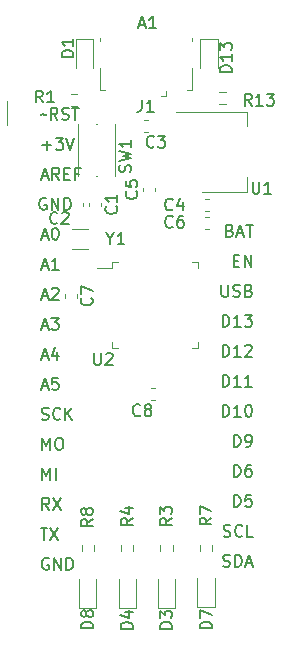
<source format=gbr>
%TF.GenerationSoftware,KiCad,Pcbnew,(6.0.0)*%
%TF.CreationDate,2022-01-23T09:41:54-05:00*%
%TF.ProjectId,Feather-SAMD21-MIC39100,46656174-6865-4722-9d53-414d4432312d,rev?*%
%TF.SameCoordinates,Original*%
%TF.FileFunction,Legend,Top*%
%TF.FilePolarity,Positive*%
%FSLAX46Y46*%
G04 Gerber Fmt 4.6, Leading zero omitted, Abs format (unit mm)*
G04 Created by KiCad (PCBNEW (6.0.0)) date 2022-01-23 09:41:54*
%MOMM*%
%LPD*%
G01*
G04 APERTURE LIST*
%ADD10C,0.150000*%
%ADD11C,0.120000*%
G04 APERTURE END LIST*
D10*
X66746475Y-69016571D02*
X67079809Y-69016571D01*
X67222666Y-69540380D02*
X66746475Y-69540380D01*
X66746475Y-68540380D01*
X67222666Y-68540380D01*
X67651237Y-69540380D02*
X67651237Y-68540380D01*
X68222666Y-69540380D01*
X68222666Y-68540380D01*
X65794095Y-79700380D02*
X65794095Y-78700380D01*
X66032190Y-78700380D01*
X66175047Y-78748000D01*
X66270285Y-78843238D01*
X66317904Y-78938476D01*
X66365523Y-79128952D01*
X66365523Y-79271809D01*
X66317904Y-79462285D01*
X66270285Y-79557523D01*
X66175047Y-79652761D01*
X66032190Y-79700380D01*
X65794095Y-79700380D01*
X67317904Y-79700380D02*
X66746476Y-79700380D01*
X67032190Y-79700380D02*
X67032190Y-78700380D01*
X66936952Y-78843238D01*
X66841714Y-78938476D01*
X66746476Y-78986095D01*
X68270285Y-79700380D02*
X67698857Y-79700380D01*
X67984571Y-79700380D02*
X67984571Y-78700380D01*
X67889333Y-78843238D01*
X67794095Y-78938476D01*
X67698857Y-78986095D01*
X66746475Y-87320380D02*
X66746475Y-86320380D01*
X66984571Y-86320380D01*
X67127428Y-86368000D01*
X67222666Y-86463238D01*
X67270285Y-86558476D01*
X67317904Y-86748952D01*
X67317904Y-86891809D01*
X67270285Y-87082285D01*
X67222666Y-87177523D01*
X67127428Y-87272761D01*
X66984571Y-87320380D01*
X66746475Y-87320380D01*
X68175047Y-86320380D02*
X67984571Y-86320380D01*
X67889332Y-86368000D01*
X67841713Y-86415619D01*
X67746475Y-86558476D01*
X67698856Y-86748952D01*
X67698856Y-87129904D01*
X67746475Y-87225142D01*
X67794094Y-87272761D01*
X67889332Y-87320380D01*
X68079809Y-87320380D01*
X68175047Y-87272761D01*
X68222666Y-87225142D01*
X68270285Y-87129904D01*
X68270285Y-86891809D01*
X68222666Y-86796571D01*
X68175047Y-86748952D01*
X68079809Y-86701333D01*
X67889332Y-86701333D01*
X67794094Y-86748952D01*
X67746475Y-86796571D01*
X67698856Y-86891809D01*
X65794095Y-74620380D02*
X65794095Y-73620380D01*
X66032190Y-73620380D01*
X66175047Y-73668000D01*
X66270285Y-73763238D01*
X66317904Y-73858476D01*
X66365523Y-74048952D01*
X66365523Y-74191809D01*
X66317904Y-74382285D01*
X66270285Y-74477523D01*
X66175047Y-74572761D01*
X66032190Y-74620380D01*
X65794095Y-74620380D01*
X67317904Y-74620380D02*
X66746476Y-74620380D01*
X67032190Y-74620380D02*
X67032190Y-73620380D01*
X66936952Y-73763238D01*
X66841714Y-73858476D01*
X66746476Y-73906095D01*
X67651238Y-73620380D02*
X68270285Y-73620380D01*
X67936952Y-74001333D01*
X68079809Y-74001333D01*
X68175047Y-74048952D01*
X68222666Y-74096571D01*
X68270285Y-74191809D01*
X68270285Y-74429904D01*
X68222666Y-74525142D01*
X68175047Y-74572761D01*
X68079809Y-74620380D01*
X67794095Y-74620380D01*
X67698857Y-74572761D01*
X67651238Y-74525142D01*
X65889332Y-92352761D02*
X66032189Y-92400380D01*
X66270285Y-92400380D01*
X66365523Y-92352761D01*
X66413142Y-92305142D01*
X66460761Y-92209904D01*
X66460761Y-92114666D01*
X66413142Y-92019428D01*
X66365523Y-91971809D01*
X66270285Y-91924190D01*
X66079809Y-91876571D01*
X65984570Y-91828952D01*
X65936951Y-91781333D01*
X65889332Y-91686095D01*
X65889332Y-91590857D01*
X65936951Y-91495619D01*
X65984570Y-91448000D01*
X66079809Y-91400380D01*
X66317904Y-91400380D01*
X66460761Y-91448000D01*
X67460761Y-92305142D02*
X67413142Y-92352761D01*
X67270285Y-92400380D01*
X67175047Y-92400380D01*
X67032189Y-92352761D01*
X66936951Y-92257523D01*
X66889332Y-92162285D01*
X66841713Y-91971809D01*
X66841713Y-91828952D01*
X66889332Y-91638476D01*
X66936951Y-91543238D01*
X67032189Y-91448000D01*
X67175047Y-91400380D01*
X67270285Y-91400380D01*
X67413142Y-91448000D01*
X67460761Y-91495619D01*
X68365523Y-92400380D02*
X67889332Y-92400380D01*
X67889332Y-91400380D01*
X66746475Y-89860380D02*
X66746475Y-88860380D01*
X66984571Y-88860380D01*
X67127428Y-88908000D01*
X67222666Y-89003238D01*
X67270285Y-89098476D01*
X67317904Y-89288952D01*
X67317904Y-89431809D01*
X67270285Y-89622285D01*
X67222666Y-89717523D01*
X67127428Y-89812761D01*
X66984571Y-89860380D01*
X66746475Y-89860380D01*
X68222666Y-88860380D02*
X67746475Y-88860380D01*
X67698856Y-89336571D01*
X67746475Y-89288952D01*
X67841713Y-89241333D01*
X68079809Y-89241333D01*
X68175047Y-89288952D01*
X68222666Y-89336571D01*
X68270285Y-89431809D01*
X68270285Y-89669904D01*
X68222666Y-89765142D01*
X68175047Y-89812761D01*
X68079809Y-89860380D01*
X67841713Y-89860380D01*
X67746475Y-89812761D01*
X67698856Y-89765142D01*
X65841714Y-94892761D02*
X65984571Y-94940380D01*
X66222666Y-94940380D01*
X66317904Y-94892761D01*
X66365523Y-94845142D01*
X66413142Y-94749904D01*
X66413142Y-94654666D01*
X66365523Y-94559428D01*
X66317904Y-94511809D01*
X66222666Y-94464190D01*
X66032190Y-94416571D01*
X65936952Y-94368952D01*
X65889333Y-94321333D01*
X65841714Y-94226095D01*
X65841714Y-94130857D01*
X65889333Y-94035619D01*
X65936952Y-93988000D01*
X66032190Y-93940380D01*
X66270285Y-93940380D01*
X66413142Y-93988000D01*
X66841714Y-94940380D02*
X66841714Y-93940380D01*
X67079809Y-93940380D01*
X67222666Y-93988000D01*
X67317904Y-94083238D01*
X67365523Y-94178476D01*
X67413142Y-94368952D01*
X67413142Y-94511809D01*
X67365523Y-94702285D01*
X67317904Y-94797523D01*
X67222666Y-94892761D01*
X67079809Y-94940380D01*
X66841714Y-94940380D01*
X67794095Y-94654666D02*
X68270285Y-94654666D01*
X67698857Y-94940380D02*
X68032190Y-93940380D01*
X68365523Y-94940380D01*
X66413142Y-66476571D02*
X66555999Y-66524190D01*
X66603618Y-66571809D01*
X66651238Y-66667047D01*
X66651238Y-66809904D01*
X66603618Y-66905142D01*
X66555999Y-66952761D01*
X66460761Y-67000380D01*
X66079809Y-67000380D01*
X66079809Y-66000380D01*
X66413142Y-66000380D01*
X66508380Y-66048000D01*
X66555999Y-66095619D01*
X66603618Y-66190857D01*
X66603618Y-66286095D01*
X66555999Y-66381333D01*
X66508380Y-66428952D01*
X66413142Y-66476571D01*
X66079809Y-66476571D01*
X67032190Y-66714666D02*
X67508380Y-66714666D01*
X66936952Y-67000380D02*
X67270285Y-66000380D01*
X67603618Y-67000380D01*
X67794095Y-66000380D02*
X68365523Y-66000380D01*
X68079809Y-67000380D02*
X68079809Y-66000380D01*
X65698857Y-71080380D02*
X65698857Y-71889904D01*
X65746476Y-71985142D01*
X65794095Y-72032761D01*
X65889333Y-72080380D01*
X66079809Y-72080380D01*
X66175047Y-72032761D01*
X66222666Y-71985142D01*
X66270285Y-71889904D01*
X66270285Y-71080380D01*
X66698857Y-72032761D02*
X66841714Y-72080380D01*
X67079809Y-72080380D01*
X67175047Y-72032761D01*
X67222666Y-71985142D01*
X67270285Y-71889904D01*
X67270285Y-71794666D01*
X67222666Y-71699428D01*
X67175047Y-71651809D01*
X67079809Y-71604190D01*
X66889333Y-71556571D01*
X66794095Y-71508952D01*
X66746476Y-71461333D01*
X66698857Y-71366095D01*
X66698857Y-71270857D01*
X66746476Y-71175619D01*
X66794095Y-71128000D01*
X66889333Y-71080380D01*
X67127428Y-71080380D01*
X67270285Y-71128000D01*
X68032190Y-71556571D02*
X68175047Y-71604190D01*
X68222666Y-71651809D01*
X68270285Y-71747047D01*
X68270285Y-71889904D01*
X68222666Y-71985142D01*
X68175047Y-72032761D01*
X68079809Y-72080380D01*
X67698857Y-72080380D01*
X67698857Y-71080380D01*
X68032190Y-71080380D01*
X68127428Y-71128000D01*
X68175047Y-71175619D01*
X68222666Y-71270857D01*
X68222666Y-71366095D01*
X68175047Y-71461333D01*
X68127428Y-71508952D01*
X68032190Y-71556571D01*
X67698857Y-71556571D01*
X65794095Y-82240380D02*
X65794095Y-81240380D01*
X66032190Y-81240380D01*
X66175047Y-81288000D01*
X66270285Y-81383238D01*
X66317904Y-81478476D01*
X66365523Y-81668952D01*
X66365523Y-81811809D01*
X66317904Y-82002285D01*
X66270285Y-82097523D01*
X66175047Y-82192761D01*
X66032190Y-82240380D01*
X65794095Y-82240380D01*
X67317904Y-82240380D02*
X66746476Y-82240380D01*
X67032190Y-82240380D02*
X67032190Y-81240380D01*
X66936952Y-81383238D01*
X66841714Y-81478476D01*
X66746476Y-81526095D01*
X67936952Y-81240380D02*
X68032190Y-81240380D01*
X68127428Y-81288000D01*
X68175047Y-81335619D01*
X68222666Y-81430857D01*
X68270285Y-81621333D01*
X68270285Y-81859428D01*
X68222666Y-82049904D01*
X68175047Y-82145142D01*
X68127428Y-82192761D01*
X68032190Y-82240380D01*
X67936952Y-82240380D01*
X67841714Y-82192761D01*
X67794095Y-82145142D01*
X67746476Y-82049904D01*
X67698857Y-81859428D01*
X67698857Y-81621333D01*
X67746476Y-81430857D01*
X67794095Y-81335619D01*
X67841714Y-81288000D01*
X67936952Y-81240380D01*
X65794095Y-77160380D02*
X65794095Y-76160380D01*
X66032190Y-76160380D01*
X66175047Y-76208000D01*
X66270285Y-76303238D01*
X66317904Y-76398476D01*
X66365523Y-76588952D01*
X66365523Y-76731809D01*
X66317904Y-76922285D01*
X66270285Y-77017523D01*
X66175047Y-77112761D01*
X66032190Y-77160380D01*
X65794095Y-77160380D01*
X67317904Y-77160380D02*
X66746476Y-77160380D01*
X67032190Y-77160380D02*
X67032190Y-76160380D01*
X66936952Y-76303238D01*
X66841714Y-76398476D01*
X66746476Y-76446095D01*
X67698857Y-76255619D02*
X67746476Y-76208000D01*
X67841714Y-76160380D01*
X68079809Y-76160380D01*
X68175047Y-76208000D01*
X68222666Y-76255619D01*
X68270285Y-76350857D01*
X68270285Y-76446095D01*
X68222666Y-76588952D01*
X67651238Y-77160380D01*
X68270285Y-77160380D01*
X66746475Y-84780380D02*
X66746475Y-83780380D01*
X66984571Y-83780380D01*
X67127428Y-83828000D01*
X67222666Y-83923238D01*
X67270285Y-84018476D01*
X67317904Y-84208952D01*
X67317904Y-84351809D01*
X67270285Y-84542285D01*
X67222666Y-84637523D01*
X67127428Y-84732761D01*
X66984571Y-84780380D01*
X66746475Y-84780380D01*
X67794094Y-84780380D02*
X67984571Y-84780380D01*
X68079809Y-84732761D01*
X68127428Y-84685142D01*
X68222666Y-84542285D01*
X68270285Y-84351809D01*
X68270285Y-83970857D01*
X68222666Y-83875619D01*
X68175047Y-83828000D01*
X68079809Y-83780380D01*
X67889332Y-83780380D01*
X67794094Y-83828000D01*
X67746475Y-83875619D01*
X67698856Y-83970857D01*
X67698856Y-84208952D01*
X67746475Y-84304190D01*
X67794094Y-84351809D01*
X67889332Y-84399428D01*
X68079809Y-84399428D01*
X68175047Y-84351809D01*
X68222666Y-84304190D01*
X68270285Y-84208952D01*
X51054095Y-94242000D02*
X50958857Y-94194380D01*
X50816000Y-94194380D01*
X50673142Y-94242000D01*
X50577904Y-94337238D01*
X50530285Y-94432476D01*
X50482666Y-94622952D01*
X50482666Y-94765809D01*
X50530285Y-94956285D01*
X50577904Y-95051523D01*
X50673142Y-95146761D01*
X50816000Y-95194380D01*
X50911238Y-95194380D01*
X51054095Y-95146761D01*
X51101714Y-95099142D01*
X51101714Y-94765809D01*
X50911238Y-94765809D01*
X51530285Y-95194380D02*
X51530285Y-94194380D01*
X52101714Y-95194380D01*
X52101714Y-94194380D01*
X52577904Y-95194380D02*
X52577904Y-94194380D01*
X52816000Y-94194380D01*
X52958857Y-94242000D01*
X53054095Y-94337238D01*
X53101714Y-94432476D01*
X53149333Y-94622952D01*
X53149333Y-94765809D01*
X53101714Y-94956285D01*
X53054095Y-95051523D01*
X52958857Y-95146761D01*
X52816000Y-95194380D01*
X52577904Y-95194380D01*
X50482667Y-74588666D02*
X50958857Y-74588666D01*
X50387429Y-74874380D02*
X50720762Y-73874380D01*
X51054095Y-74874380D01*
X51292191Y-73874380D02*
X51911238Y-73874380D01*
X51577905Y-74255333D01*
X51720762Y-74255333D01*
X51816000Y-74302952D01*
X51863619Y-74350571D01*
X51911238Y-74445809D01*
X51911238Y-74683904D01*
X51863619Y-74779142D01*
X51816000Y-74826761D01*
X51720762Y-74874380D01*
X51435048Y-74874380D01*
X51339810Y-74826761D01*
X51292191Y-74779142D01*
X50482667Y-66968666D02*
X50958857Y-66968666D01*
X50387429Y-67254380D02*
X50720762Y-66254380D01*
X51054095Y-67254380D01*
X51577905Y-66254380D02*
X51673143Y-66254380D01*
X51768381Y-66302000D01*
X51816000Y-66349619D01*
X51863619Y-66444857D01*
X51911238Y-66635333D01*
X51911238Y-66873428D01*
X51863619Y-67063904D01*
X51816000Y-67159142D01*
X51768381Y-67206761D01*
X51673143Y-67254380D01*
X51577905Y-67254380D01*
X51482667Y-67206761D01*
X51435048Y-67159142D01*
X51387429Y-67063904D01*
X51339810Y-66873428D01*
X51339810Y-66635333D01*
X51387429Y-66444857D01*
X51435048Y-66349619D01*
X51482667Y-66302000D01*
X51577905Y-66254380D01*
X50387429Y-91654380D02*
X50958857Y-91654380D01*
X50673143Y-92654380D02*
X50673143Y-91654380D01*
X51196953Y-91654380D02*
X51863619Y-92654380D01*
X51863619Y-91654380D02*
X51196953Y-92654380D01*
X50482667Y-79668666D02*
X50958857Y-79668666D01*
X50387429Y-79954380D02*
X50720762Y-78954380D01*
X51054095Y-79954380D01*
X51863619Y-78954380D02*
X51387429Y-78954380D01*
X51339810Y-79430571D01*
X51387429Y-79382952D01*
X51482667Y-79335333D01*
X51720762Y-79335333D01*
X51816000Y-79382952D01*
X51863619Y-79430571D01*
X51911238Y-79525809D01*
X51911238Y-79763904D01*
X51863619Y-79859142D01*
X51816000Y-79906761D01*
X51720762Y-79954380D01*
X51482667Y-79954380D01*
X51387429Y-79906761D01*
X51339810Y-79859142D01*
X50482667Y-77128666D02*
X50958857Y-77128666D01*
X50387429Y-77414380D02*
X50720762Y-76414380D01*
X51054095Y-77414380D01*
X51816000Y-76747714D02*
X51816000Y-77414380D01*
X51577905Y-76366761D02*
X51339810Y-77081047D01*
X51958857Y-77081047D01*
X50482667Y-69508666D02*
X50958857Y-69508666D01*
X50387429Y-69794380D02*
X50720762Y-68794380D01*
X51054095Y-69794380D01*
X51911238Y-69794380D02*
X51339810Y-69794380D01*
X51625524Y-69794380D02*
X51625524Y-68794380D01*
X51530286Y-68937238D01*
X51435048Y-69032476D01*
X51339810Y-69080095D01*
X51101714Y-90114380D02*
X50768381Y-89638190D01*
X50530285Y-90114380D02*
X50530285Y-89114380D01*
X50911238Y-89114380D01*
X51006476Y-89162000D01*
X51054095Y-89209619D01*
X51101714Y-89304857D01*
X51101714Y-89447714D01*
X51054095Y-89542952D01*
X51006476Y-89590571D01*
X50911238Y-89638190D01*
X50530285Y-89638190D01*
X51435047Y-89114380D02*
X52101714Y-90114380D01*
X52101714Y-89114380D02*
X51435047Y-90114380D01*
X50482666Y-82446761D02*
X50625523Y-82494380D01*
X50863619Y-82494380D01*
X50958857Y-82446761D01*
X51006476Y-82399142D01*
X51054095Y-82303904D01*
X51054095Y-82208666D01*
X51006476Y-82113428D01*
X50958857Y-82065809D01*
X50863619Y-82018190D01*
X50673142Y-81970571D01*
X50577904Y-81922952D01*
X50530285Y-81875333D01*
X50482666Y-81780095D01*
X50482666Y-81684857D01*
X50530285Y-81589619D01*
X50577904Y-81542000D01*
X50673142Y-81494380D01*
X50911238Y-81494380D01*
X51054095Y-81542000D01*
X52054095Y-82399142D02*
X52006476Y-82446761D01*
X51863619Y-82494380D01*
X51768381Y-82494380D01*
X51625523Y-82446761D01*
X51530285Y-82351523D01*
X51482666Y-82256285D01*
X51435047Y-82065809D01*
X51435047Y-81922952D01*
X51482666Y-81732476D01*
X51530285Y-81637238D01*
X51625523Y-81542000D01*
X51768381Y-81494380D01*
X51863619Y-81494380D01*
X52006476Y-81542000D01*
X52054095Y-81589619D01*
X52482666Y-82494380D02*
X52482666Y-81494380D01*
X53054095Y-82494380D02*
X52625523Y-81922952D01*
X53054095Y-81494380D02*
X52482666Y-82065809D01*
X50387428Y-56713428D02*
X50435047Y-56665809D01*
X50530285Y-56618190D01*
X50720761Y-56713428D01*
X50815999Y-56665809D01*
X50863618Y-56618190D01*
X51815999Y-57094380D02*
X51482666Y-56618190D01*
X51244571Y-57094380D02*
X51244571Y-56094380D01*
X51625523Y-56094380D01*
X51720761Y-56142000D01*
X51768380Y-56189619D01*
X51815999Y-56284857D01*
X51815999Y-56427714D01*
X51768380Y-56522952D01*
X51720761Y-56570571D01*
X51625523Y-56618190D01*
X51244571Y-56618190D01*
X52196952Y-57046761D02*
X52339809Y-57094380D01*
X52577904Y-57094380D01*
X52673142Y-57046761D01*
X52720761Y-56999142D01*
X52768380Y-56903904D01*
X52768380Y-56808666D01*
X52720761Y-56713428D01*
X52673142Y-56665809D01*
X52577904Y-56618190D01*
X52387428Y-56570571D01*
X52292190Y-56522952D01*
X52244571Y-56475333D01*
X52196952Y-56380095D01*
X52196952Y-56284857D01*
X52244571Y-56189619D01*
X52292190Y-56142000D01*
X52387428Y-56094380D01*
X52625523Y-56094380D01*
X52768380Y-56142000D01*
X53054095Y-56094380D02*
X53625523Y-56094380D01*
X53339809Y-57094380D02*
X53339809Y-56094380D01*
X50530285Y-59253428D02*
X51292190Y-59253428D01*
X50911238Y-59634380D02*
X50911238Y-58872476D01*
X51673142Y-58634380D02*
X52292190Y-58634380D01*
X51958857Y-59015333D01*
X52101714Y-59015333D01*
X52196952Y-59062952D01*
X52244571Y-59110571D01*
X52292190Y-59205809D01*
X52292190Y-59443904D01*
X52244571Y-59539142D01*
X52196952Y-59586761D01*
X52101714Y-59634380D01*
X51816000Y-59634380D01*
X51720761Y-59586761D01*
X51673142Y-59539142D01*
X52577904Y-58634380D02*
X52911238Y-59634380D01*
X53244571Y-58634380D01*
X50482667Y-72048666D02*
X50958857Y-72048666D01*
X50387429Y-72334380D02*
X50720762Y-71334380D01*
X51054095Y-72334380D01*
X51339810Y-71429619D02*
X51387429Y-71382000D01*
X51482667Y-71334380D01*
X51720762Y-71334380D01*
X51816000Y-71382000D01*
X51863619Y-71429619D01*
X51911238Y-71524857D01*
X51911238Y-71620095D01*
X51863619Y-71762952D01*
X51292191Y-72334380D01*
X51911238Y-72334380D01*
X50482667Y-61888666D02*
X50958857Y-61888666D01*
X50387429Y-62174380D02*
X50720762Y-61174380D01*
X51054095Y-62174380D01*
X51958857Y-62174380D02*
X51625524Y-61698190D01*
X51387429Y-62174380D02*
X51387429Y-61174380D01*
X51768381Y-61174380D01*
X51863619Y-61222000D01*
X51911238Y-61269619D01*
X51958857Y-61364857D01*
X51958857Y-61507714D01*
X51911238Y-61602952D01*
X51863619Y-61650571D01*
X51768381Y-61698190D01*
X51387429Y-61698190D01*
X52387429Y-61650571D02*
X52720762Y-61650571D01*
X52863619Y-62174380D02*
X52387429Y-62174380D01*
X52387429Y-61174380D01*
X52863619Y-61174380D01*
X53625524Y-61650571D02*
X53292191Y-61650571D01*
X53292191Y-62174380D02*
X53292191Y-61174380D01*
X53768381Y-61174380D01*
X50530286Y-85034380D02*
X50530286Y-84034380D01*
X50863619Y-84748666D01*
X51196952Y-84034380D01*
X51196952Y-85034380D01*
X51863619Y-84034380D02*
X52054095Y-84034380D01*
X52149333Y-84082000D01*
X52244571Y-84177238D01*
X52292190Y-84367714D01*
X52292190Y-84701047D01*
X52244571Y-84891523D01*
X52149333Y-84986761D01*
X52054095Y-85034380D01*
X51863619Y-85034380D01*
X51768381Y-84986761D01*
X51673143Y-84891523D01*
X51625524Y-84701047D01*
X51625524Y-84367714D01*
X51673143Y-84177238D01*
X51768381Y-84082000D01*
X51863619Y-84034380D01*
X50850895Y-63762000D02*
X50755657Y-63714380D01*
X50612800Y-63714380D01*
X50469942Y-63762000D01*
X50374704Y-63857238D01*
X50327085Y-63952476D01*
X50279466Y-64142952D01*
X50279466Y-64285809D01*
X50327085Y-64476285D01*
X50374704Y-64571523D01*
X50469942Y-64666761D01*
X50612800Y-64714380D01*
X50708038Y-64714380D01*
X50850895Y-64666761D01*
X50898514Y-64619142D01*
X50898514Y-64285809D01*
X50708038Y-64285809D01*
X51327085Y-64714380D02*
X51327085Y-63714380D01*
X51898514Y-64714380D01*
X51898514Y-63714380D01*
X52374704Y-64714380D02*
X52374704Y-63714380D01*
X52612800Y-63714380D01*
X52755657Y-63762000D01*
X52850895Y-63857238D01*
X52898514Y-63952476D01*
X52946133Y-64142952D01*
X52946133Y-64285809D01*
X52898514Y-64476285D01*
X52850895Y-64571523D01*
X52755657Y-64666761D01*
X52612800Y-64714380D01*
X52374704Y-64714380D01*
X50530286Y-87574380D02*
X50530286Y-86574380D01*
X50863619Y-87288666D01*
X51196953Y-86574380D01*
X51196953Y-87574380D01*
X51673143Y-87574380D02*
X51673143Y-86574380D01*
%TO.C,R7*%
X64841380Y-90793866D02*
X64365190Y-91127200D01*
X64841380Y-91365295D02*
X63841380Y-91365295D01*
X63841380Y-90984342D01*
X63889000Y-90889104D01*
X63936619Y-90841485D01*
X64031857Y-90793866D01*
X64174714Y-90793866D01*
X64269952Y-90841485D01*
X64317571Y-90889104D01*
X64365190Y-90984342D01*
X64365190Y-91365295D01*
X63841380Y-90460533D02*
X63841380Y-89793866D01*
X64841380Y-90222438D01*
%TO.C,C5*%
X58490142Y-63158666D02*
X58537761Y-63206285D01*
X58585380Y-63349142D01*
X58585380Y-63444380D01*
X58537761Y-63587238D01*
X58442523Y-63682476D01*
X58347285Y-63730095D01*
X58156809Y-63777714D01*
X58013952Y-63777714D01*
X57823476Y-63730095D01*
X57728238Y-63682476D01*
X57633000Y-63587238D01*
X57585380Y-63444380D01*
X57585380Y-63349142D01*
X57633000Y-63206285D01*
X57680619Y-63158666D01*
X57585380Y-62253904D02*
X57585380Y-62730095D01*
X58061571Y-62777714D01*
X58013952Y-62730095D01*
X57966333Y-62634857D01*
X57966333Y-62396761D01*
X58013952Y-62301523D01*
X58061571Y-62253904D01*
X58156809Y-62206285D01*
X58394904Y-62206285D01*
X58490142Y-62253904D01*
X58537761Y-62301523D01*
X58585380Y-62396761D01*
X58585380Y-62634857D01*
X58537761Y-62730095D01*
X58490142Y-62777714D01*
%TO.C,D4*%
X58169646Y-100193095D02*
X57169646Y-100193095D01*
X57169646Y-99955000D01*
X57217266Y-99812142D01*
X57312504Y-99716904D01*
X57407742Y-99669285D01*
X57598218Y-99621666D01*
X57741075Y-99621666D01*
X57931551Y-99669285D01*
X58026789Y-99716904D01*
X58122027Y-99812142D01*
X58169646Y-99955000D01*
X58169646Y-100193095D01*
X57502980Y-98764523D02*
X58169646Y-98764523D01*
X57122027Y-99002619D02*
X57836313Y-99240714D01*
X57836313Y-98621666D01*
%TO.C,D8*%
X54833780Y-100153695D02*
X53833780Y-100153695D01*
X53833780Y-99915600D01*
X53881400Y-99772742D01*
X53976638Y-99677504D01*
X54071876Y-99629885D01*
X54262352Y-99582266D01*
X54405209Y-99582266D01*
X54595685Y-99629885D01*
X54690923Y-99677504D01*
X54786161Y-99772742D01*
X54833780Y-99915600D01*
X54833780Y-100153695D01*
X54262352Y-99010838D02*
X54214733Y-99106076D01*
X54167114Y-99153695D01*
X54071876Y-99201314D01*
X54024257Y-99201314D01*
X53929019Y-99153695D01*
X53881400Y-99106076D01*
X53833780Y-99010838D01*
X53833780Y-98820361D01*
X53881400Y-98725123D01*
X53929019Y-98677504D01*
X54024257Y-98629885D01*
X54071876Y-98629885D01*
X54167114Y-98677504D01*
X54214733Y-98725123D01*
X54262352Y-98820361D01*
X54262352Y-99010838D01*
X54309971Y-99106076D01*
X54357590Y-99153695D01*
X54452828Y-99201314D01*
X54643304Y-99201314D01*
X54738542Y-99153695D01*
X54786161Y-99106076D01*
X54833780Y-99010838D01*
X54833780Y-98820361D01*
X54786161Y-98725123D01*
X54738542Y-98677504D01*
X54643304Y-98629885D01*
X54452828Y-98629885D01*
X54357590Y-98677504D01*
X54309971Y-98725123D01*
X54262352Y-98820361D01*
%TO.C,C1*%
X56778142Y-64428666D02*
X56825761Y-64476285D01*
X56873380Y-64619142D01*
X56873380Y-64714380D01*
X56825761Y-64857238D01*
X56730523Y-64952476D01*
X56635285Y-65000095D01*
X56444809Y-65047714D01*
X56301952Y-65047714D01*
X56111476Y-65000095D01*
X56016238Y-64952476D01*
X55921000Y-64857238D01*
X55873380Y-64714380D01*
X55873380Y-64619142D01*
X55921000Y-64476285D01*
X55968619Y-64428666D01*
X56873380Y-63476285D02*
X56873380Y-64047714D01*
X56873380Y-63762000D02*
X55873380Y-63762000D01*
X56016238Y-63857238D01*
X56111476Y-63952476D01*
X56159095Y-64047714D01*
%TO.C,D3*%
X61505512Y-100179095D02*
X60505512Y-100179095D01*
X60505512Y-99941000D01*
X60553132Y-99798142D01*
X60648370Y-99702904D01*
X60743608Y-99655285D01*
X60934084Y-99607666D01*
X61076941Y-99607666D01*
X61267417Y-99655285D01*
X61362655Y-99702904D01*
X61457893Y-99798142D01*
X61505512Y-99941000D01*
X61505512Y-100179095D01*
X60505512Y-99274333D02*
X60505512Y-98655285D01*
X60886465Y-98988619D01*
X60886465Y-98845761D01*
X60934084Y-98750523D01*
X60981703Y-98702904D01*
X61076941Y-98655285D01*
X61315036Y-98655285D01*
X61410274Y-98702904D01*
X61457893Y-98750523D01*
X61505512Y-98845761D01*
X61505512Y-99131476D01*
X61457893Y-99226714D01*
X61410274Y-99274333D01*
%TO.C,C4*%
X61555333Y-64669942D02*
X61507714Y-64717561D01*
X61364857Y-64765180D01*
X61269619Y-64765180D01*
X61126761Y-64717561D01*
X61031523Y-64622323D01*
X60983904Y-64527085D01*
X60936285Y-64336609D01*
X60936285Y-64193752D01*
X60983904Y-64003276D01*
X61031523Y-63908038D01*
X61126761Y-63812800D01*
X61269619Y-63765180D01*
X61364857Y-63765180D01*
X61507714Y-63812800D01*
X61555333Y-63860419D01*
X62412476Y-64098514D02*
X62412476Y-64765180D01*
X62174380Y-63717561D02*
X61936285Y-64431847D01*
X62555333Y-64431847D01*
%TO.C,C3*%
X59980533Y-59361342D02*
X59932914Y-59408961D01*
X59790057Y-59456580D01*
X59694819Y-59456580D01*
X59551961Y-59408961D01*
X59456723Y-59313723D01*
X59409104Y-59218485D01*
X59361485Y-59028009D01*
X59361485Y-58885152D01*
X59409104Y-58694676D01*
X59456723Y-58599438D01*
X59551961Y-58504200D01*
X59694819Y-58456580D01*
X59790057Y-58456580D01*
X59932914Y-58504200D01*
X59980533Y-58551819D01*
X60313866Y-58456580D02*
X60932914Y-58456580D01*
X60599580Y-58837533D01*
X60742438Y-58837533D01*
X60837676Y-58885152D01*
X60885295Y-58932771D01*
X60932914Y-59028009D01*
X60932914Y-59266104D01*
X60885295Y-59361342D01*
X60837676Y-59408961D01*
X60742438Y-59456580D01*
X60456723Y-59456580D01*
X60361485Y-59408961D01*
X60313866Y-59361342D01*
%TO.C,D13*%
X66568580Y-53055685D02*
X65568580Y-53055685D01*
X65568580Y-52817590D01*
X65616200Y-52674733D01*
X65711438Y-52579495D01*
X65806676Y-52531876D01*
X65997152Y-52484257D01*
X66140009Y-52484257D01*
X66330485Y-52531876D01*
X66425723Y-52579495D01*
X66520961Y-52674733D01*
X66568580Y-52817590D01*
X66568580Y-53055685D01*
X66568580Y-51531876D02*
X66568580Y-52103304D01*
X66568580Y-51817590D02*
X65568580Y-51817590D01*
X65711438Y-51912828D01*
X65806676Y-52008066D01*
X65854295Y-52103304D01*
X65568580Y-51198542D02*
X65568580Y-50579495D01*
X65949533Y-50912828D01*
X65949533Y-50769971D01*
X65997152Y-50674733D01*
X66044771Y-50627114D01*
X66140009Y-50579495D01*
X66378104Y-50579495D01*
X66473342Y-50627114D01*
X66520961Y-50674733D01*
X66568580Y-50769971D01*
X66568580Y-51055685D01*
X66520961Y-51150923D01*
X66473342Y-51198542D01*
%TO.C,Y1*%
X56292809Y-67159190D02*
X56292809Y-67635380D01*
X55959476Y-66635380D02*
X56292809Y-67159190D01*
X56626142Y-66635380D01*
X57483285Y-67635380D02*
X56911857Y-67635380D01*
X57197571Y-67635380D02*
X57197571Y-66635380D01*
X57102333Y-66778238D01*
X57007095Y-66873476D01*
X56911857Y-66921095D01*
%TO.C,D1*%
X53157380Y-51792095D02*
X52157380Y-51792095D01*
X52157380Y-51554000D01*
X52205000Y-51411142D01*
X52300238Y-51315904D01*
X52395476Y-51268285D01*
X52585952Y-51220666D01*
X52728809Y-51220666D01*
X52919285Y-51268285D01*
X53014523Y-51315904D01*
X53109761Y-51411142D01*
X53157380Y-51554000D01*
X53157380Y-51792095D01*
X53157380Y-50268285D02*
X53157380Y-50839714D01*
X53157380Y-50554000D02*
X52157380Y-50554000D01*
X52300238Y-50649238D01*
X52395476Y-50744476D01*
X52443095Y-50839714D01*
%TO.C,D7*%
X64866780Y-100153695D02*
X63866780Y-100153695D01*
X63866780Y-99915600D01*
X63914400Y-99772742D01*
X64009638Y-99677504D01*
X64104876Y-99629885D01*
X64295352Y-99582266D01*
X64438209Y-99582266D01*
X64628685Y-99629885D01*
X64723923Y-99677504D01*
X64819161Y-99772742D01*
X64866780Y-99915600D01*
X64866780Y-100153695D01*
X63866780Y-99248933D02*
X63866780Y-98582266D01*
X64866780Y-99010838D01*
%TO.C,A1*%
X58721714Y-49061666D02*
X59197904Y-49061666D01*
X58626476Y-49347380D02*
X58959809Y-48347380D01*
X59293142Y-49347380D01*
X60150285Y-49347380D02*
X59578857Y-49347380D01*
X59864571Y-49347380D02*
X59864571Y-48347380D01*
X59769333Y-48490238D01*
X59674095Y-48585476D01*
X59578857Y-48633095D01*
%TO.C,C2*%
X51801733Y-65812942D02*
X51754114Y-65860561D01*
X51611257Y-65908180D01*
X51516019Y-65908180D01*
X51373161Y-65860561D01*
X51277923Y-65765323D01*
X51230304Y-65670085D01*
X51182685Y-65479609D01*
X51182685Y-65336752D01*
X51230304Y-65146276D01*
X51277923Y-65051038D01*
X51373161Y-64955800D01*
X51516019Y-64908180D01*
X51611257Y-64908180D01*
X51754114Y-64955800D01*
X51801733Y-65003419D01*
X52182685Y-65003419D02*
X52230304Y-64955800D01*
X52325542Y-64908180D01*
X52563638Y-64908180D01*
X52658876Y-64955800D01*
X52706495Y-65003419D01*
X52754114Y-65098657D01*
X52754114Y-65193895D01*
X52706495Y-65336752D01*
X52135066Y-65908180D01*
X52754114Y-65908180D01*
%TO.C,R4*%
X58169646Y-90819266D02*
X57693456Y-91152600D01*
X58169646Y-91390695D02*
X57169646Y-91390695D01*
X57169646Y-91009742D01*
X57217266Y-90914504D01*
X57264885Y-90866885D01*
X57360123Y-90819266D01*
X57502980Y-90819266D01*
X57598218Y-90866885D01*
X57645837Y-90914504D01*
X57693456Y-91009742D01*
X57693456Y-91390695D01*
X57502980Y-89962123D02*
X58169646Y-89962123D01*
X57122027Y-90200219D02*
X57836313Y-90438314D01*
X57836313Y-89819266D01*
%TO.C,C7*%
X54687742Y-72201066D02*
X54735361Y-72248685D01*
X54782980Y-72391542D01*
X54782980Y-72486780D01*
X54735361Y-72629638D01*
X54640123Y-72724876D01*
X54544885Y-72772495D01*
X54354409Y-72820114D01*
X54211552Y-72820114D01*
X54021076Y-72772495D01*
X53925838Y-72724876D01*
X53830600Y-72629638D01*
X53782980Y-72486780D01*
X53782980Y-72391542D01*
X53830600Y-72248685D01*
X53878219Y-72201066D01*
X53782980Y-71867733D02*
X53782980Y-71201066D01*
X54782980Y-71629638D01*
%TO.C,R3*%
X61480112Y-90819266D02*
X61003922Y-91152600D01*
X61480112Y-91390695D02*
X60480112Y-91390695D01*
X60480112Y-91009742D01*
X60527732Y-90914504D01*
X60575351Y-90866885D01*
X60670589Y-90819266D01*
X60813446Y-90819266D01*
X60908684Y-90866885D01*
X60956303Y-90914504D01*
X61003922Y-91009742D01*
X61003922Y-91390695D01*
X60480112Y-90485933D02*
X60480112Y-89866885D01*
X60861065Y-90200219D01*
X60861065Y-90057361D01*
X60908684Y-89962123D01*
X60956303Y-89914504D01*
X61051541Y-89866885D01*
X61289636Y-89866885D01*
X61384874Y-89914504D01*
X61432493Y-89962123D01*
X61480112Y-90057361D01*
X61480112Y-90343076D01*
X61432493Y-90438314D01*
X61384874Y-90485933D01*
%TO.C,U2*%
X54914895Y-76846180D02*
X54914895Y-77655704D01*
X54962514Y-77750942D01*
X55010133Y-77798561D01*
X55105371Y-77846180D01*
X55295847Y-77846180D01*
X55391085Y-77798561D01*
X55438704Y-77750942D01*
X55486323Y-77655704D01*
X55486323Y-76846180D01*
X55914895Y-76941419D02*
X55962514Y-76893800D01*
X56057752Y-76846180D01*
X56295847Y-76846180D01*
X56391085Y-76893800D01*
X56438704Y-76941419D01*
X56486323Y-77036657D01*
X56486323Y-77131895D01*
X56438704Y-77274752D01*
X55867276Y-77846180D01*
X56486323Y-77846180D01*
%TO.C,C8*%
X58812133Y-82094342D02*
X58764514Y-82141961D01*
X58621657Y-82189580D01*
X58526419Y-82189580D01*
X58383561Y-82141961D01*
X58288323Y-82046723D01*
X58240704Y-81951485D01*
X58193085Y-81761009D01*
X58193085Y-81618152D01*
X58240704Y-81427676D01*
X58288323Y-81332438D01*
X58383561Y-81237200D01*
X58526419Y-81189580D01*
X58621657Y-81189580D01*
X58764514Y-81237200D01*
X58812133Y-81284819D01*
X59383561Y-81618152D02*
X59288323Y-81570533D01*
X59240704Y-81522914D01*
X59193085Y-81427676D01*
X59193085Y-81380057D01*
X59240704Y-81284819D01*
X59288323Y-81237200D01*
X59383561Y-81189580D01*
X59574038Y-81189580D01*
X59669276Y-81237200D01*
X59716895Y-81284819D01*
X59764514Y-81380057D01*
X59764514Y-81427676D01*
X59716895Y-81522914D01*
X59669276Y-81570533D01*
X59574038Y-81618152D01*
X59383561Y-81618152D01*
X59288323Y-81665771D01*
X59240704Y-81713390D01*
X59193085Y-81808628D01*
X59193085Y-81999104D01*
X59240704Y-82094342D01*
X59288323Y-82141961D01*
X59383561Y-82189580D01*
X59574038Y-82189580D01*
X59669276Y-82141961D01*
X59716895Y-82094342D01*
X59764514Y-81999104D01*
X59764514Y-81808628D01*
X59716895Y-81713390D01*
X59669276Y-81665771D01*
X59574038Y-81618152D01*
%TO.C,R8*%
X54808380Y-90920866D02*
X54332190Y-91254200D01*
X54808380Y-91492295D02*
X53808380Y-91492295D01*
X53808380Y-91111342D01*
X53856000Y-91016104D01*
X53903619Y-90968485D01*
X53998857Y-90920866D01*
X54141714Y-90920866D01*
X54236952Y-90968485D01*
X54284571Y-91016104D01*
X54332190Y-91111342D01*
X54332190Y-91492295D01*
X54236952Y-90349438D02*
X54189333Y-90444676D01*
X54141714Y-90492295D01*
X54046476Y-90539914D01*
X53998857Y-90539914D01*
X53903619Y-90492295D01*
X53856000Y-90444676D01*
X53808380Y-90349438D01*
X53808380Y-90158961D01*
X53856000Y-90063723D01*
X53903619Y-90016104D01*
X53998857Y-89968485D01*
X54046476Y-89968485D01*
X54141714Y-90016104D01*
X54189333Y-90063723D01*
X54236952Y-90158961D01*
X54236952Y-90349438D01*
X54284571Y-90444676D01*
X54332190Y-90492295D01*
X54427428Y-90539914D01*
X54617904Y-90539914D01*
X54713142Y-90492295D01*
X54760761Y-90444676D01*
X54808380Y-90349438D01*
X54808380Y-90158961D01*
X54760761Y-90063723D01*
X54713142Y-90016104D01*
X54617904Y-89968485D01*
X54427428Y-89968485D01*
X54332190Y-90016104D01*
X54284571Y-90063723D01*
X54236952Y-90158961D01*
%TO.C,R13*%
X68241942Y-55900580D02*
X67908609Y-55424390D01*
X67670514Y-55900580D02*
X67670514Y-54900580D01*
X68051466Y-54900580D01*
X68146704Y-54948200D01*
X68194323Y-54995819D01*
X68241942Y-55091057D01*
X68241942Y-55233914D01*
X68194323Y-55329152D01*
X68146704Y-55376771D01*
X68051466Y-55424390D01*
X67670514Y-55424390D01*
X69194323Y-55900580D02*
X68622895Y-55900580D01*
X68908609Y-55900580D02*
X68908609Y-54900580D01*
X68813371Y-55043438D01*
X68718133Y-55138676D01*
X68622895Y-55186295D01*
X69527657Y-54900580D02*
X70146704Y-54900580D01*
X69813371Y-55281533D01*
X69956228Y-55281533D01*
X70051466Y-55329152D01*
X70099085Y-55376771D01*
X70146704Y-55472009D01*
X70146704Y-55710104D01*
X70099085Y-55805342D01*
X70051466Y-55852961D01*
X69956228Y-55900580D01*
X69670514Y-55900580D01*
X69575276Y-55852961D01*
X69527657Y-55805342D01*
%TO.C,SW1*%
X57986561Y-61505933D02*
X58034180Y-61363076D01*
X58034180Y-61124980D01*
X57986561Y-61029742D01*
X57938942Y-60982123D01*
X57843704Y-60934504D01*
X57748466Y-60934504D01*
X57653228Y-60982123D01*
X57605609Y-61029742D01*
X57557990Y-61124980D01*
X57510371Y-61315457D01*
X57462752Y-61410695D01*
X57415133Y-61458314D01*
X57319895Y-61505933D01*
X57224657Y-61505933D01*
X57129419Y-61458314D01*
X57081800Y-61410695D01*
X57034180Y-61315457D01*
X57034180Y-61077361D01*
X57081800Y-60934504D01*
X57034180Y-60601171D02*
X58034180Y-60363076D01*
X57319895Y-60172600D01*
X58034180Y-59982123D01*
X57034180Y-59744028D01*
X58034180Y-58839266D02*
X58034180Y-59410695D01*
X58034180Y-59124980D02*
X57034180Y-59124980D01*
X57177038Y-59220219D01*
X57272276Y-59315457D01*
X57319895Y-59410695D01*
%TO.C,J1*%
X58950266Y-55408580D02*
X58950266Y-56122866D01*
X58902647Y-56265723D01*
X58807409Y-56360961D01*
X58664552Y-56408580D01*
X58569314Y-56408580D01*
X59950266Y-56408580D02*
X59378838Y-56408580D01*
X59664552Y-56408580D02*
X59664552Y-55408580D01*
X59569314Y-55551438D01*
X59474076Y-55646676D01*
X59378838Y-55694295D01*
%TO.C,R1*%
X50557133Y-55621180D02*
X50223800Y-55144990D01*
X49985704Y-55621180D02*
X49985704Y-54621180D01*
X50366657Y-54621180D01*
X50461895Y-54668800D01*
X50509514Y-54716419D01*
X50557133Y-54811657D01*
X50557133Y-54954514D01*
X50509514Y-55049752D01*
X50461895Y-55097371D01*
X50366657Y-55144990D01*
X49985704Y-55144990D01*
X51509514Y-55621180D02*
X50938085Y-55621180D01*
X51223800Y-55621180D02*
X51223800Y-54621180D01*
X51128561Y-54764038D01*
X51033323Y-54859276D01*
X50938085Y-54906895D01*
%TO.C,U1*%
X68326095Y-62342780D02*
X68326095Y-63152304D01*
X68373714Y-63247542D01*
X68421333Y-63295161D01*
X68516571Y-63342780D01*
X68707047Y-63342780D01*
X68802285Y-63295161D01*
X68849904Y-63247542D01*
X68897523Y-63152304D01*
X68897523Y-62342780D01*
X69897523Y-63342780D02*
X69326095Y-63342780D01*
X69611809Y-63342780D02*
X69611809Y-62342780D01*
X69516571Y-62485638D01*
X69421333Y-62580876D01*
X69326095Y-62628495D01*
%TO.C,C6*%
X61555333Y-66143142D02*
X61507714Y-66190761D01*
X61364857Y-66238380D01*
X61269619Y-66238380D01*
X61126761Y-66190761D01*
X61031523Y-66095523D01*
X60983904Y-66000285D01*
X60936285Y-65809809D01*
X60936285Y-65666952D01*
X60983904Y-65476476D01*
X61031523Y-65381238D01*
X61126761Y-65286000D01*
X61269619Y-65238380D01*
X61364857Y-65238380D01*
X61507714Y-65286000D01*
X61555333Y-65333619D01*
X62412476Y-65238380D02*
X62222000Y-65238380D01*
X62126761Y-65286000D01*
X62079142Y-65333619D01*
X61983904Y-65476476D01*
X61936285Y-65666952D01*
X61936285Y-66047904D01*
X61983904Y-66143142D01*
X62031523Y-66190761D01*
X62126761Y-66238380D01*
X62317238Y-66238380D01*
X62412476Y-66190761D01*
X62460095Y-66143142D01*
X62507714Y-66047904D01*
X62507714Y-65809809D01*
X62460095Y-65714571D01*
X62412476Y-65666952D01*
X62317238Y-65619333D01*
X62126761Y-65619333D01*
X62031523Y-65666952D01*
X61983904Y-65714571D01*
X61936285Y-65809809D01*
D11*
%TO.C,R7*%
X63866500Y-93064876D02*
X63866500Y-93574324D01*
X64911500Y-93064876D02*
X64911500Y-93574324D01*
%TO.C,C5*%
X59053000Y-63138267D02*
X59053000Y-62845733D01*
X60073000Y-63138267D02*
X60073000Y-62845733D01*
%TO.C,D4*%
X56982266Y-95948600D02*
X56982266Y-98408600D01*
X58452266Y-98408600D02*
X58452266Y-95948600D01*
X56982266Y-98408600D02*
X58452266Y-98408600D01*
%TO.C,D8*%
X55116400Y-98408600D02*
X55116400Y-95948600D01*
X53646400Y-95948600D02*
X53646400Y-98408600D01*
X53646400Y-98408600D02*
X55116400Y-98408600D01*
%TO.C,C1*%
X55501000Y-64115733D02*
X55501000Y-64408267D01*
X54481000Y-64115733D02*
X54481000Y-64408267D01*
%TO.C,D3*%
X60318132Y-98408600D02*
X61788132Y-98408600D01*
X61788132Y-98408600D02*
X61788132Y-95948600D01*
X60318132Y-95948600D02*
X60318132Y-98408600D01*
%TO.C,C4*%
X64611467Y-63802800D02*
X64318933Y-63802800D01*
X64611467Y-64822800D02*
X64318933Y-64822800D01*
%TO.C,C3*%
X59162733Y-58117200D02*
X59455267Y-58117200D01*
X59162733Y-57097200D02*
X59455267Y-57097200D01*
%TO.C,D13*%
X65378000Y-50257600D02*
X63908000Y-50257600D01*
X65378000Y-52717600D02*
X65378000Y-50257600D01*
X63908000Y-50257600D02*
X63908000Y-52717600D01*
%TO.C,Y1*%
X54396000Y-66308000D02*
X53046000Y-66308000D01*
X54396000Y-68058000D02*
X53046000Y-68058000D01*
%TO.C,D1*%
X53367000Y-50283000D02*
X53367000Y-52743000D01*
X54837000Y-52743000D02*
X54837000Y-50283000D01*
X54837000Y-50283000D02*
X53367000Y-50283000D01*
%TO.C,D7*%
X63654000Y-98383200D02*
X65124000Y-98383200D01*
X65124000Y-98383200D02*
X65124000Y-95923200D01*
X63654000Y-95923200D02*
X63654000Y-98383200D01*
%TO.C,A1*%
X47576000Y-57515000D02*
X47576000Y-55515000D01*
%TO.C,C2*%
X53977000Y-64115733D02*
X53977000Y-64408267D01*
X52957000Y-64115733D02*
X52957000Y-64408267D01*
%TO.C,R4*%
X57194766Y-93090276D02*
X57194766Y-93599724D01*
X58239766Y-93090276D02*
X58239766Y-93599724D01*
%TO.C,C7*%
X53443600Y-72180667D02*
X53443600Y-71888133D01*
X52423600Y-72180667D02*
X52423600Y-71888133D01*
%TO.C,R3*%
X60530632Y-93090276D02*
X60530632Y-93599724D01*
X61575632Y-93090276D02*
X61575632Y-93599724D01*
%TO.C,U2*%
X63681000Y-76381000D02*
X63681000Y-75931000D01*
X56461000Y-69611000D02*
X55171000Y-69611000D01*
X63231000Y-76381000D02*
X63681000Y-76381000D01*
X63681000Y-69161000D02*
X63681000Y-69611000D01*
X56461000Y-69161000D02*
X56461000Y-69611000D01*
X56911000Y-76381000D02*
X56461000Y-76381000D01*
X56461000Y-76381000D02*
X56461000Y-75931000D01*
X63231000Y-69161000D02*
X63681000Y-69161000D01*
X56911000Y-69161000D02*
X56461000Y-69161000D01*
%TO.C,C8*%
X60039467Y-80799400D02*
X59746933Y-80799400D01*
X60039467Y-79779400D02*
X59746933Y-79779400D01*
%TO.C,R8*%
X54903900Y-93090276D02*
X54903900Y-93599724D01*
X53858900Y-93090276D02*
X53858900Y-93599724D01*
%TO.C,R13*%
X66040724Y-55767500D02*
X65531276Y-55767500D01*
X66040724Y-54722500D02*
X65531276Y-54722500D01*
%TO.C,SW1*%
X55168000Y-61890000D02*
X55068000Y-61890000D01*
X53568000Y-57490000D02*
X53568000Y-61890000D01*
X55168000Y-57490000D02*
X55068000Y-57490000D01*
X56668000Y-61890000D02*
X56668000Y-57490000D01*
%TO.C,J1*%
X63228500Y-50149500D02*
X63228500Y-50399500D01*
X61028500Y-55099500D02*
X61028500Y-54649500D01*
X61028500Y-55099500D02*
X60578500Y-55099500D01*
X63228500Y-52699500D02*
X63228500Y-54549500D01*
X63228500Y-54549500D02*
X62778500Y-54549500D01*
X55428500Y-52699500D02*
X55428500Y-54549500D01*
X55428500Y-54549500D02*
X55878500Y-54549500D01*
X55428500Y-50149500D02*
X55428500Y-50399500D01*
%TO.C,R1*%
X52983676Y-55970700D02*
X53493124Y-55970700D01*
X52983676Y-54925700D02*
X53493124Y-54925700D01*
%TO.C,U1*%
X61813000Y-56407000D02*
X67823000Y-56407000D01*
X64063000Y-63227000D02*
X67823000Y-63227000D01*
X67823000Y-63227000D02*
X67823000Y-61967000D01*
X67823000Y-56407000D02*
X67823000Y-57667000D01*
%TO.C,C6*%
X64610367Y-65326800D02*
X64317833Y-65326800D01*
X64610367Y-66346800D02*
X64317833Y-66346800D01*
%TD*%
M02*

</source>
